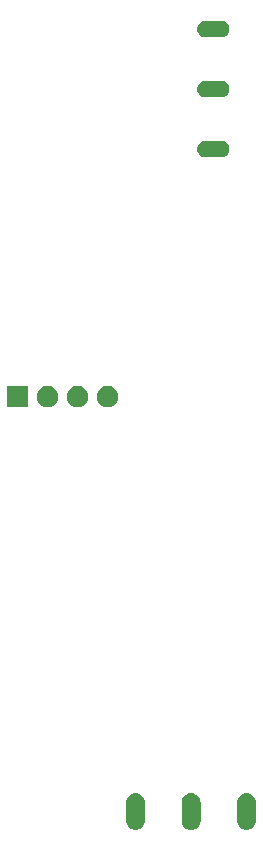
<source format=gbr>
G04 #@! TF.GenerationSoftware,KiCad,Pcbnew,(6.0.0-rc1-dev-1027-g90233e5ec)*
G04 #@! TF.CreationDate,2019-01-09T23:19:54+01:00*
G04 #@! TF.ProjectId,eBoard_remote_control,65426F6172645F72656D6F74655F636F,rev?*
G04 #@! TF.SameCoordinates,Original*
G04 #@! TF.FileFunction,Soldermask,Bot*
G04 #@! TF.FilePolarity,Negative*
%FSLAX46Y46*%
G04 Gerber Fmt 4.6, Leading zero omitted, Abs format (unit mm)*
G04 Created by KiCad (PCBNEW (6.0.0-rc1-dev-1027-g90233e5ec)) date 09.01.2019 23.19.54*
%MOMM*%
%LPD*%
G01*
G04 APERTURE LIST*
%ADD10C,0.100000*%
G04 APERTURE END LIST*
D10*
G36*
X190174168Y-153367445D02*
X190325874Y-153413464D01*
X190465686Y-153488196D01*
X190588233Y-153588767D01*
X190688804Y-153711314D01*
X190763536Y-153851126D01*
X190809555Y-154002832D01*
X190821200Y-154121064D01*
X190821200Y-155708136D01*
X190809555Y-155826368D01*
X190763536Y-155978074D01*
X190688804Y-156117886D01*
X190588233Y-156240433D01*
X190465685Y-156341004D01*
X190325873Y-156415736D01*
X190174167Y-156461755D01*
X190016400Y-156477294D01*
X189858632Y-156461755D01*
X189706926Y-156415736D01*
X189567114Y-156341004D01*
X189444567Y-156240433D01*
X189343996Y-156117885D01*
X189269264Y-155978073D01*
X189223245Y-155826367D01*
X189211600Y-155708135D01*
X189211601Y-154121064D01*
X189223246Y-154002832D01*
X189269265Y-153851126D01*
X189343997Y-153711314D01*
X189444568Y-153588767D01*
X189567115Y-153488196D01*
X189706927Y-153413464D01*
X189858633Y-153367445D01*
X190016400Y-153351906D01*
X190174168Y-153367445D01*
X190174168Y-153367445D01*
G37*
G36*
X199574168Y-153367445D02*
X199725874Y-153413464D01*
X199865686Y-153488196D01*
X199988233Y-153588767D01*
X200088804Y-153711314D01*
X200163536Y-153851126D01*
X200209555Y-154002832D01*
X200221200Y-154121064D01*
X200221200Y-155708136D01*
X200209555Y-155826368D01*
X200163536Y-155978074D01*
X200088804Y-156117886D01*
X199988233Y-156240433D01*
X199865685Y-156341004D01*
X199725873Y-156415736D01*
X199574167Y-156461755D01*
X199416400Y-156477294D01*
X199258632Y-156461755D01*
X199106926Y-156415736D01*
X198967114Y-156341004D01*
X198844567Y-156240433D01*
X198743996Y-156117885D01*
X198669264Y-155978073D01*
X198623245Y-155826367D01*
X198611600Y-155708135D01*
X198611601Y-154121064D01*
X198623246Y-154002832D01*
X198669265Y-153851126D01*
X198743997Y-153711314D01*
X198844568Y-153588767D01*
X198967115Y-153488196D01*
X199106927Y-153413464D01*
X199258633Y-153367445D01*
X199416400Y-153351906D01*
X199574168Y-153367445D01*
X199574168Y-153367445D01*
G37*
G36*
X194874168Y-153367445D02*
X195025874Y-153413464D01*
X195165686Y-153488196D01*
X195288233Y-153588767D01*
X195388804Y-153711314D01*
X195463536Y-153851126D01*
X195509555Y-154002832D01*
X195521200Y-154121064D01*
X195521200Y-155708136D01*
X195509555Y-155826368D01*
X195463536Y-155978074D01*
X195388804Y-156117886D01*
X195288233Y-156240433D01*
X195165685Y-156341004D01*
X195025873Y-156415736D01*
X194874167Y-156461755D01*
X194716400Y-156477294D01*
X194558632Y-156461755D01*
X194406926Y-156415736D01*
X194267114Y-156341004D01*
X194144567Y-156240433D01*
X194043996Y-156117885D01*
X193969264Y-155978073D01*
X193923245Y-155826367D01*
X193911600Y-155708135D01*
X193911601Y-154121064D01*
X193923246Y-154002832D01*
X193969265Y-153851126D01*
X194043997Y-153711314D01*
X194144568Y-153588767D01*
X194267115Y-153488196D01*
X194406927Y-153413464D01*
X194558633Y-153367445D01*
X194716400Y-153351906D01*
X194874168Y-153367445D01*
X194874168Y-153367445D01*
G37*
G36*
X180925840Y-120682120D02*
X179124240Y-120682120D01*
X179124240Y-118880520D01*
X180925840Y-118880520D01*
X180925840Y-120682120D01*
X180925840Y-120682120D01*
G37*
G36*
X182697269Y-118889174D02*
X182827794Y-118915137D01*
X182991729Y-118983041D01*
X183139267Y-119081623D01*
X183264737Y-119207093D01*
X183363319Y-119354631D01*
X183431223Y-119518566D01*
X183465840Y-119692599D01*
X183465840Y-119870041D01*
X183431223Y-120044074D01*
X183363319Y-120208009D01*
X183264737Y-120355547D01*
X183139267Y-120481017D01*
X182991729Y-120579599D01*
X182827794Y-120647503D01*
X182697269Y-120673466D01*
X182653762Y-120682120D01*
X182476318Y-120682120D01*
X182432811Y-120673466D01*
X182302286Y-120647503D01*
X182138351Y-120579599D01*
X181990813Y-120481017D01*
X181865343Y-120355547D01*
X181766761Y-120208009D01*
X181698857Y-120044074D01*
X181664240Y-119870041D01*
X181664240Y-119692599D01*
X181698857Y-119518566D01*
X181766761Y-119354631D01*
X181865343Y-119207093D01*
X181990813Y-119081623D01*
X182138351Y-118983041D01*
X182302286Y-118915137D01*
X182432811Y-118889174D01*
X182476318Y-118880520D01*
X182653762Y-118880520D01*
X182697269Y-118889174D01*
X182697269Y-118889174D01*
G37*
G36*
X185237269Y-118889174D02*
X185367794Y-118915137D01*
X185531729Y-118983041D01*
X185679267Y-119081623D01*
X185804737Y-119207093D01*
X185903319Y-119354631D01*
X185971223Y-119518566D01*
X186005840Y-119692599D01*
X186005840Y-119870041D01*
X185971223Y-120044074D01*
X185903319Y-120208009D01*
X185804737Y-120355547D01*
X185679267Y-120481017D01*
X185531729Y-120579599D01*
X185367794Y-120647503D01*
X185237269Y-120673466D01*
X185193762Y-120682120D01*
X185016318Y-120682120D01*
X184972811Y-120673466D01*
X184842286Y-120647503D01*
X184678351Y-120579599D01*
X184530813Y-120481017D01*
X184405343Y-120355547D01*
X184306761Y-120208009D01*
X184238857Y-120044074D01*
X184204240Y-119870041D01*
X184204240Y-119692599D01*
X184238857Y-119518566D01*
X184306761Y-119354631D01*
X184405343Y-119207093D01*
X184530813Y-119081623D01*
X184678351Y-118983041D01*
X184842286Y-118915137D01*
X184972811Y-118889174D01*
X185016318Y-118880520D01*
X185193762Y-118880520D01*
X185237269Y-118889174D01*
X185237269Y-118889174D01*
G37*
G36*
X187777269Y-118889174D02*
X187907794Y-118915137D01*
X188071729Y-118983041D01*
X188219267Y-119081623D01*
X188344737Y-119207093D01*
X188443319Y-119354631D01*
X188511223Y-119518566D01*
X188545840Y-119692599D01*
X188545840Y-119870041D01*
X188511223Y-120044074D01*
X188443319Y-120208009D01*
X188344737Y-120355547D01*
X188219267Y-120481017D01*
X188071729Y-120579599D01*
X187907794Y-120647503D01*
X187777269Y-120673466D01*
X187733762Y-120682120D01*
X187556318Y-120682120D01*
X187512811Y-120673466D01*
X187382286Y-120647503D01*
X187218351Y-120579599D01*
X187070813Y-120481017D01*
X186945343Y-120355547D01*
X186846761Y-120208009D01*
X186778857Y-120044074D01*
X186744240Y-119870041D01*
X186744240Y-119692599D01*
X186778857Y-119518566D01*
X186846761Y-119354631D01*
X186945343Y-119207093D01*
X187070813Y-119081623D01*
X187218351Y-118983041D01*
X187382286Y-118915137D01*
X187512811Y-118889174D01*
X187556318Y-118880520D01*
X187733762Y-118880520D01*
X187777269Y-118889174D01*
X187777269Y-118889174D01*
G37*
G36*
X197329296Y-98109679D02*
X197398325Y-98116478D01*
X197486895Y-98143345D01*
X197531181Y-98156779D01*
X197653619Y-98222224D01*
X197760940Y-98310300D01*
X197849016Y-98417621D01*
X197914461Y-98540059D01*
X197914461Y-98540060D01*
X197954762Y-98672915D01*
X197968370Y-98811080D01*
X197954762Y-98949245D01*
X197927895Y-99037815D01*
X197914461Y-99082101D01*
X197849016Y-99204539D01*
X197760940Y-99311860D01*
X197653619Y-99399936D01*
X197531181Y-99465381D01*
X197486895Y-99478815D01*
X197398325Y-99505682D01*
X197329296Y-99512481D01*
X197294783Y-99515880D01*
X195917537Y-99515880D01*
X195883024Y-99512481D01*
X195813995Y-99505682D01*
X195725425Y-99478815D01*
X195681139Y-99465381D01*
X195558701Y-99399936D01*
X195451380Y-99311860D01*
X195363304Y-99204539D01*
X195297859Y-99082101D01*
X195284425Y-99037815D01*
X195257558Y-98949245D01*
X195243950Y-98811080D01*
X195257558Y-98672915D01*
X195297859Y-98540060D01*
X195297859Y-98540059D01*
X195363304Y-98417621D01*
X195451380Y-98310300D01*
X195558701Y-98222224D01*
X195681139Y-98156779D01*
X195725425Y-98143345D01*
X195813995Y-98116478D01*
X195883024Y-98109679D01*
X195917537Y-98106280D01*
X197294783Y-98106280D01*
X197329296Y-98109679D01*
X197329296Y-98109679D01*
G37*
G36*
X197329296Y-93029679D02*
X197398325Y-93036478D01*
X197486895Y-93063345D01*
X197531181Y-93076779D01*
X197653619Y-93142224D01*
X197760940Y-93230300D01*
X197849016Y-93337621D01*
X197914461Y-93460059D01*
X197914461Y-93460060D01*
X197954762Y-93592915D01*
X197968370Y-93731080D01*
X197954762Y-93869245D01*
X197927895Y-93957815D01*
X197914461Y-94002101D01*
X197849016Y-94124539D01*
X197760940Y-94231860D01*
X197653619Y-94319936D01*
X197531181Y-94385381D01*
X197486895Y-94398815D01*
X197398325Y-94425682D01*
X197329296Y-94432481D01*
X197294783Y-94435880D01*
X195917537Y-94435880D01*
X195883024Y-94432481D01*
X195813995Y-94425682D01*
X195725425Y-94398815D01*
X195681139Y-94385381D01*
X195558701Y-94319936D01*
X195451380Y-94231860D01*
X195363304Y-94124539D01*
X195297859Y-94002101D01*
X195284425Y-93957815D01*
X195257558Y-93869245D01*
X195243950Y-93731080D01*
X195257558Y-93592915D01*
X195297859Y-93460060D01*
X195297859Y-93460059D01*
X195363304Y-93337621D01*
X195451380Y-93230300D01*
X195558701Y-93142224D01*
X195681139Y-93076779D01*
X195725425Y-93063345D01*
X195813995Y-93036478D01*
X195883024Y-93029679D01*
X195917537Y-93026280D01*
X197294783Y-93026280D01*
X197329296Y-93029679D01*
X197329296Y-93029679D01*
G37*
G36*
X197329296Y-87949679D02*
X197398325Y-87956478D01*
X197486895Y-87983345D01*
X197531181Y-87996779D01*
X197653619Y-88062224D01*
X197760940Y-88150300D01*
X197849016Y-88257621D01*
X197914461Y-88380059D01*
X197914461Y-88380060D01*
X197954762Y-88512915D01*
X197968370Y-88651080D01*
X197954762Y-88789245D01*
X197927895Y-88877815D01*
X197914461Y-88922101D01*
X197849016Y-89044539D01*
X197760940Y-89151860D01*
X197653619Y-89239936D01*
X197531181Y-89305381D01*
X197486895Y-89318815D01*
X197398325Y-89345682D01*
X197329296Y-89352481D01*
X197294783Y-89355880D01*
X195917537Y-89355880D01*
X195883024Y-89352481D01*
X195813995Y-89345682D01*
X195725425Y-89318815D01*
X195681139Y-89305381D01*
X195558701Y-89239936D01*
X195451380Y-89151860D01*
X195363304Y-89044539D01*
X195297859Y-88922101D01*
X195284425Y-88877815D01*
X195257558Y-88789245D01*
X195243950Y-88651080D01*
X195257558Y-88512915D01*
X195297859Y-88380060D01*
X195297859Y-88380059D01*
X195363304Y-88257621D01*
X195451380Y-88150300D01*
X195558701Y-88062224D01*
X195681139Y-87996779D01*
X195725425Y-87983345D01*
X195813995Y-87956478D01*
X195883024Y-87949679D01*
X195917537Y-87946280D01*
X197294783Y-87946280D01*
X197329296Y-87949679D01*
X197329296Y-87949679D01*
G37*
M02*

</source>
